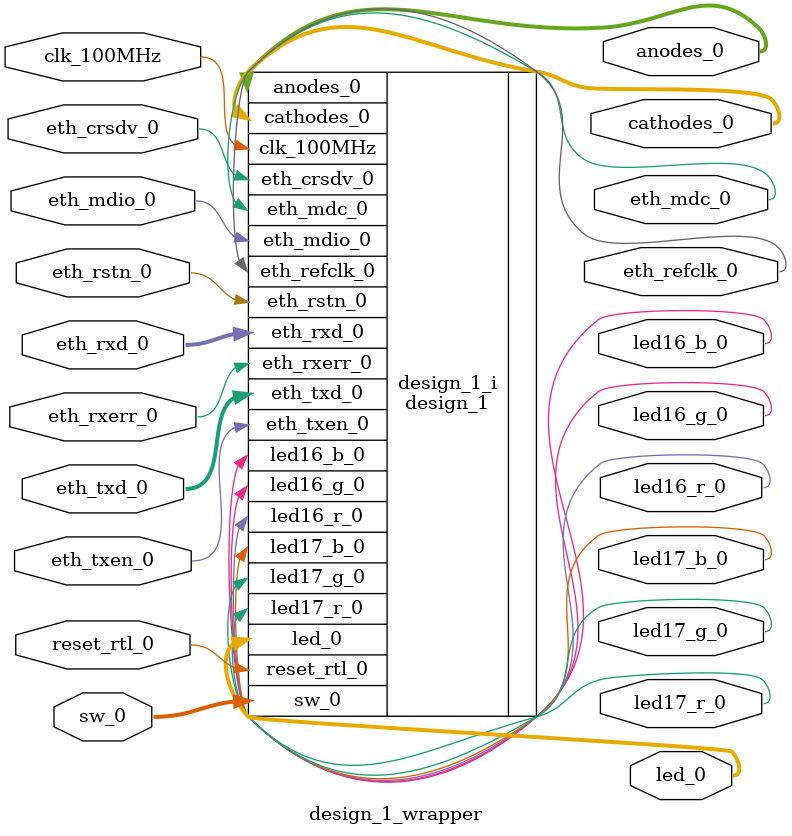
<source format=v>
`timescale 1 ps / 1 ps

module design_1_wrapper
   (anodes_0,
    cathodes_0,
    clk_100MHz,
    eth_crsdv_0,
    eth_mdc_0,
    eth_mdio_0,
    eth_refclk_0,
    eth_rstn_0,
    eth_rxd_0,
    eth_rxerr_0,
    eth_txd_0,
    eth_txen_0,
    led16_b_0,
    led16_g_0,
    led16_r_0,
    led17_b_0,
    led17_g_0,
    led17_r_0,
    led_0,
    reset_rtl_0,
    sw_0);
  output [0:7]anodes_0;
  output [0:7]cathodes_0;
  input clk_100MHz;
  inout eth_crsdv_0;
  output eth_mdc_0;
  inout eth_mdio_0;
  output eth_refclk_0;
  inout eth_rstn_0;
  inout [1:0]eth_rxd_0;
  inout eth_rxerr_0;
  inout [1:0]eth_txd_0;
  inout eth_txen_0;
  output led16_b_0;
  output led16_g_0;
  output led16_r_0;
  output led17_b_0;
  output led17_g_0;
  output led17_r_0;
  output [15:0]led_0;
  input reset_rtl_0;
  input [4:0]sw_0;

  wire [0:7]anodes_0;
  wire [0:7]cathodes_0;
  wire clk_100MHz;
  wire eth_crsdv_0;
  wire eth_mdc_0;
  wire eth_mdio_0;
  wire eth_refclk_0;
  wire eth_rstn_0;
  wire [1:0]eth_rxd_0;
  wire eth_rxerr_0;
  wire [1:0]eth_txd_0;
  wire eth_txen_0;
  wire led16_b_0;
  wire led16_g_0;
  wire led16_r_0;
  wire led17_b_0;
  wire led17_g_0;
  wire led17_r_0;
  wire [15:0]led_0;
  wire reset_rtl_0;
  wire [4:0]sw_0;

  design_1 design_1_i
       (.anodes_0(anodes_0),
        .cathodes_0(cathodes_0),
        .clk_100MHz(clk_100MHz),
        .eth_crsdv_0(eth_crsdv_0),
        .eth_mdc_0(eth_mdc_0),
        .eth_mdio_0(eth_mdio_0),
        .eth_refclk_0(eth_refclk_0),
        .eth_rstn_0(eth_rstn_0),
        .eth_rxd_0(eth_rxd_0),
        .eth_rxerr_0(eth_rxerr_0),
        .eth_txd_0(eth_txd_0),
        .eth_txen_0(eth_txen_0),
        .led16_b_0(led16_b_0),
        .led16_g_0(led16_g_0),
        .led16_r_0(led16_r_0),
        .led17_b_0(led17_b_0),
        .led17_g_0(led17_g_0),
        .led17_r_0(led17_r_0),
        .led_0(led_0),
        .reset_rtl_0(reset_rtl_0),
        .sw_0(sw_0));
endmodule

</source>
